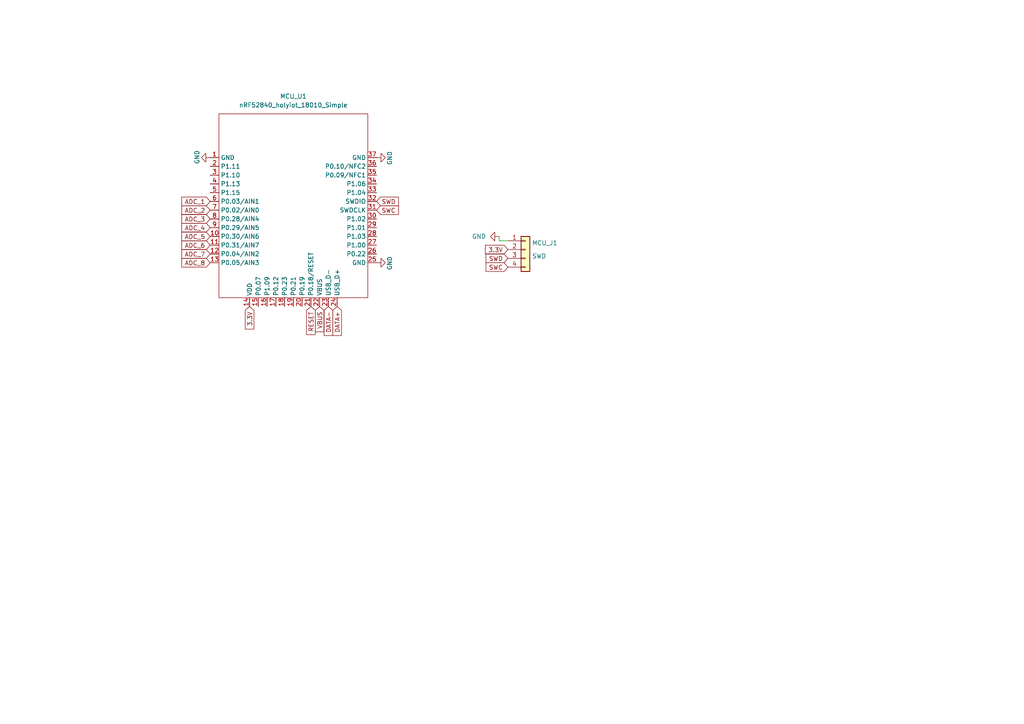
<source format=kicad_sch>
(kicad_sch (version 20250114) (generator "eeschema") (generator_version "9.0")
  (paper "A4")
  (lib_symbols
    (symbol "Connector_Generic:Conn_01x04" (pin_names (offset 1.016) (hide yes))
      (property "Reference" "J" (at 0 5.08 0))
      (property "Value" "Conn_01x04" (at 0 -7.62 0))
      (symbol "Conn_01x04_1_1"
        (rectangle (start -1.27 3.81) (end 1.27 -6.35) (stroke (width 0.254)) (fill (type background)))
        (rectangle (start -1.27 2.667) (end 0 2.413) (stroke (width 0.1524)))
        (rectangle (start -1.27 0.127) (end 0 -0.127) (stroke (width 0.1524)))
        (rectangle (start -1.27 -2.413) (end 0 -2.667) (stroke (width 0.1524)))
        (rectangle (start -1.27 -4.953) (end 0 -5.207) (stroke (width 0.1524)))
        (pin passive line (at -5.08 2.54 0) (length 3.81) (name "Pin_1") (number "1"))
        (pin passive line (at -5.08 0 0) (length 3.81) (name "Pin_2") (number "2"))
        (pin passive line (at -5.08 -2.54 0) (length 3.81) (name "Pin_3") (number "3"))
        (pin passive line (at -5.08 -5.08 0) (length 3.81) (name "Pin_4") (number "4"))
      )
    )
    (symbol "ErgoCai:nRF52840_holyiot_18010_Simple"
      (property "Reference" "U" (at 0 31.75 0))
      (property "Value" "nRF52840_holyiot_18010_Simple" (at 0 29.21 0))
      (symbol "nRF52840_holyiot_18010_Simple_0_1"
        (rectangle (start -21.59 27.94) (end 21.59 -25.4))
      )
      (symbol "nRF52840_holyiot_18010_Simple_1_1"
        (pin power_in line (at -24.13 15.24 0) (length 2.54) (name "GND") (number "1"))
        (pin input line (at -24.13 12.7 0) (length 2.54) (name "P1.11") (number "2"))
        (pin input line (at -24.13 10.16 0) (length 2.54) (name "P1.10") (number "3"))
        (pin input line (at -24.13 7.62 0) (length 2.54) (name "P1.13") (number "4"))
        (pin input line (at -24.13 5.08 0) (length 2.54) (name "P1.15") (number "5"))
        (pin input line (at -24.13 2.54 0) (length 2.54) (name "P0.03/AIN1") (number "6"))
        (pin input line (at -24.13 0 0) (length 2.54) (name "P0.02/AIN0") (number "7"))
        (pin input line (at -24.13 -2.54 0) (length 2.54) (name "P0.28/AIN4") (number "8"))
        (pin input line (at -24.13 -5.08 0) (length 2.54) (name "P0.29/AIN5") (number "9"))
        (pin input line (at -24.13 -7.62 0) (length 2.54) (name "P0.30/AIN6") (number "10"))
        (pin input line (at -24.13 -10.16 0) (length 2.54) (name "P0.31/AIN7") (number "11"))
        (pin input line (at -24.13 -12.7 0) (length 2.54) (name "P0.04/AIN2") (number "12"))
        (pin input line (at -24.13 -15.24 0) (length 2.54) (name "P0.05/AIN3") (number "13"))
        (pin power_in line (at -12.7 -27.94 90) (length 2.54) (name "VDD") (number "14"))
        (pin input line (at -10.16 -27.94 90) (length 2.54) (name "P0.07") (number "15"))
        (pin input line (at -7.62 -27.94 90) (length 2.54) (name "P1.09") (number "16"))
        (pin input line (at -5.08 -27.94 90) (length 2.54) (name "P0.12") (number "17"))
        (pin input line (at -2.54 -27.94 90) (length 2.54) (name "P0.23") (number "18"))
        (pin input line (at 0 -27.94 90) (length 2.54) (name "P0.21") (number "19"))
        (pin input line (at 2.54 -27.94 90) (length 2.54) (name "P0.19") (number "20"))
        (pin input line (at 5.08 -27.94 90) (length 2.54) (name "P0.18/RESET") (number "21"))
        (pin power_in line (at 7.62 -27.94 90) (length 2.54) (name "VBUS") (number "22"))
        (pin input line (at 10.16 -27.94 90) (length 2.54) (name "USB_D-") (number "23"))
        (pin input line (at 12.7 -27.94 90) (length 2.54) (name "USB_D+") (number "24"))
        (pin power_in line (at 24.13 15.24 180) (length 2.54) (name "GND") (number "37"))
        (pin input line (at 24.13 12.7 180) (length 2.54) (name "P0.10/NFC2") (number "36"))
        (pin input line (at 24.13 10.16 180) (length 2.54) (name "P0.09/NFC1") (number "35"))
        (pin input line (at 24.13 7.62 180) (length 2.54) (name "P1.06") (number "34"))
        (pin input line (at 24.13 5.08 180) (length 2.54) (name "P1.04") (number "33"))
        (pin input line (at 24.13 2.54 180) (length 2.54) (name "SWDIO") (number "32"))
        (pin input line (at 24.13 0 180) (length 2.54) (name "SWDCLK") (number "31"))
        (pin input line (at 24.13 -2.54 180) (length 2.54) (name "P1.02") (number "30"))
        (pin input line (at 24.13 -5.08 180) (length 2.54) (name "P1.01") (number "29"))
        (pin input line (at 24.13 -7.62 180) (length 2.54) (name "P1.03") (number "28"))
        (pin input line (at 24.13 -10.16 180) (length 2.54) (name "P1.00") (number "27"))
        (pin input line (at 24.13 -12.7 180) (length 2.54) (name "P0.22") (number "26"))
        (pin power_in line (at 24.13 -15.24 180) (length 2.54) (name "GND") (number "25"))
      )
    )
    (symbol "power:GND" (power) (pin_numbers (hide yes)) (pin_names (offset 0) (hide yes))
      (property "Value" "GND" (at 0 -3.81 0))
      (symbol "GND_0_1"
        (polyline (pts (xy 0 0) (xy 0 -1.27) (xy 1.27 -1.27) (xy 0 -2.54) (xy -1.27 -1.27) (xy 0 -1.27)))
      )
      (symbol "GND_1_1"
        (pin power_in line (at 0 0 270) (length 0) (name "~") (number "1"))
      )
    )
  )
  (wire (pts (xy 144.78 69.85) (xy 147.32 69.85)))
  (wire (pts (xy 144.78 68.58) (xy 144.78 69.85)))
  (global_label "RESET" (shape input) (at 90.17 88.9 270) (property "Intersheetrefs" "${INTERSHEET_REFS}" (effects (hide yes))))
  (global_label "VBUS" (shape input) (at 92.71 88.9 270) (property "Intersheetrefs" "${INTERSHEET_REFS}" (effects (hide yes))))
  (global_label "3.3V" (shape input) (at 147.32 72.39 180) (property "Intersheetrefs" "${INTERSHEET_REFS}" (effects (hide yes))))
  (global_label "ADC_7" (shape input) (at 60.96 73.66 180) (property "Intersheetrefs" "${INTERSHEET_REFS}" (effects (hide yes))))
  (global_label "SWD" (shape input) (at 109.22 58.42 0) (property "Intersheetrefs" "${INTERSHEET_REFS}" (effects (hide yes))))
  (global_label "ADC_2" (shape input) (at 60.96 60.96 180) (property "Intersheetrefs" "${INTERSHEET_REFS}" (effects (hide yes))))
  (global_label "SWC" (shape input) (at 147.32 77.47 180) (property "Intersheetrefs" "${INTERSHEET_REFS}" (effects (hide yes))))
  (global_label "ADC_1" (shape input) (at 60.96 58.42 180) (property "Intersheetrefs" "${INTERSHEET_REFS}" (effects (hide yes))))
  (global_label "3.3V" (shape input) (at 72.39 88.9 270) (property "Intersheetrefs" "${INTERSHEET_REFS}" (effects (hide yes))))
  (global_label "ADC_6" (shape input) (at 60.96 71.12 180) (property "Intersheetrefs" "${INTERSHEET_REFS}" (effects (hide yes))))
  (global_label "SWC" (shape input) (at 109.22 60.96 0) (property "Intersheetrefs" "${INTERSHEET_REFS}" (effects (hide yes))))
  (global_label "ADC_8" (shape input) (at 60.96 76.2 180) (property "Intersheetrefs" "${INTERSHEET_REFS}" (effects (hide yes))))
  (global_label "ADC_4" (shape input) (at 60.96 66.04 180) (property "Intersheetrefs" "${INTERSHEET_REFS}" (effects (hide yes))))
  (global_label "SWD" (shape input) (at 147.32 74.93 180) (property "Intersheetrefs" "${INTERSHEET_REFS}" (effects (hide yes))))
  (global_label "DATA-" (shape input) (at 95.25 88.9 270) (property "Intersheetrefs" "${INTERSHEET_REFS}" (effects (hide yes))))
  (global_label "ADC_3" (shape input) (at 60.96 63.5 180) (property "Intersheetrefs" "${INTERSHEET_REFS}" (effects (hide yes))))
  (global_label "ADC_5" (shape input) (at 60.96 68.58 180) (property "Intersheetrefs" "${INTERSHEET_REFS}" (effects (hide yes))))
  (global_label "DATA+" (shape input) (at 97.79 88.9 270) (property "Intersheetrefs" "${INTERSHEET_REFS}" (effects (hide yes))))
  (symbol (lib_id "power:GND") (at 144.78 68.58 270) (unit 1)
    (property "Reference" "#PWR0104" (effects (hide yes)))
    (property "Value" "GND" (at 140.97 68.5799 90) (effects (justify right)))
    (property "Description" "Power symbol creates a global label with name \"GND\" , ground" (effects (hide yes)))
  )
  (symbol (lib_id "power:GND") (at 109.22 45.72 90) (unit 1)
    (property "Reference" "#PWR03" (effects (hide yes)))
    (property "Value" "GND" (at 113.03 43.815 0) (effects (justify right)))
    (property "Description" "Power symbol creates a global label with name \"GND\" , ground" (effects (hide yes)))
  )
  (symbol (lib_id "Connector_Generic:Conn_01x04") (at 152.4 72.39 0) (unit 1)
    (property "Reference" "MCU_J1" (at 154.305 70.485 0) (effects (justify left)))
    (property "Value" "SWD" (at 154.305 74.295 0) (effects (justify left)))
    (property "Footprint" "ErgoCai.pretty:Connector_THT_1x4_2.54" (effects (hide yes)))
    (property "Description" "Generic connector, single row, 01x04, script generated (kicad-library-utils/schlib/autogen/connector/)" (effects (hide yes)))
  )
  (symbol (lib_id "power:GND") (at 60.96 45.72 270) (unit 1)
    (property "Reference" "#PWR02" (effects (hide yes)))
    (property "Value" "GND" (at 57.15 47.625 0) (effects (justify right)))
    (property "Description" "Power symbol creates a global label with name \"GND\" , ground" (effects (hide yes)))
  )
  (symbol (lib_id "power:GND") (at 109.22 76.2 90) (unit 1)
    (property "Reference" "#PWR01" (effects (hide yes)))
    (property "Value" "GND" (at 113.03 74.295 0) (effects (justify right)))
    (property "Description" "Power symbol creates a global label with name \"GND\" , ground" (effects (hide yes)))
  )
  (symbol (lib_id "ErgoCai:nRF52840_holyiot_18010_Simple") (at 85.09 60.96 0) (unit 1)
    (property "Reference" "MCU_U1" (at 85.09 27.94 0))
    (property "Value" "nRF52840_holyiot_18010_Simple" (at 85.09 30.48 0))
    (property "Footprint" "ErgoCai.pretty:nRF52840_holyiot_18010_HS_simple" (effects (hide yes)))
    (property "Datasheet" "http://www.holyiot.com/tp/2019042516322180424.pdf" (effects (hide yes)))
  )
)
</source>
